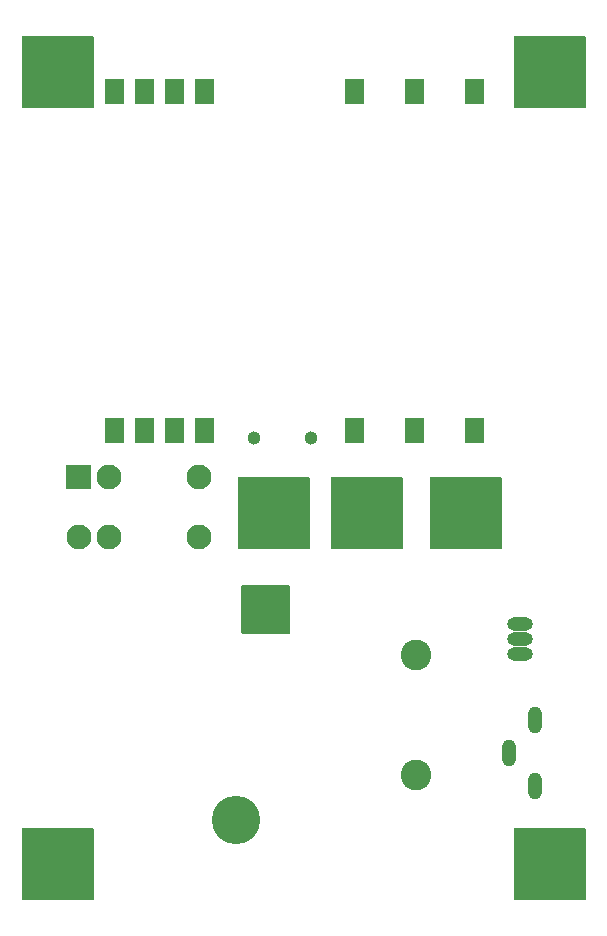
<source format=gbs>
G04 #@! TF.GenerationSoftware,KiCad,Pcbnew,(5.1.10)-1*
G04 #@! TF.CreationDate,2021-10-14T14:39:51-07:00*
G04 #@! TF.ProjectId,Plug_Pass,506c7567-5f50-4617-9373-2e6b69636164,v3.1*
G04 #@! TF.SameCoordinates,Original*
G04 #@! TF.FileFunction,Soldermask,Bot*
G04 #@! TF.FilePolarity,Negative*
%FSLAX46Y46*%
G04 Gerber Fmt 4.6, Leading zero omitted, Abs format (unit mm)*
G04 Created by KiCad (PCBNEW (5.1.10)-1) date 2021-10-14 14:39:51*
%MOMM*%
%LPD*%
G01*
G04 APERTURE LIST*
%ADD10O,2.181600X1.141600*%
%ADD11C,1.131600*%
%ADD12C,2.101600*%
%ADD13C,2.601600*%
%ADD14C,4.101600*%
%ADD15O,1.201600X2.301600*%
G04 APERTURE END LIST*
D10*
X172212000Y-99822000D03*
X172212000Y-101092000D03*
X172212000Y-102362000D03*
D11*
X149706000Y-84074000D03*
X154586000Y-84074000D03*
D12*
X145034000Y-92456000D03*
X137414000Y-92456000D03*
X145034000Y-87376000D03*
X137414000Y-87376000D03*
X134874000Y-92456000D03*
G36*
G01*
X133823200Y-88376000D02*
X133823200Y-86376000D01*
G75*
G02*
X133874000Y-86325200I50800J0D01*
G01*
X135874000Y-86325200D01*
G75*
G02*
X135924800Y-86376000I0J-50800D01*
G01*
X135924800Y-88376000D01*
G75*
G02*
X135874000Y-88426800I-50800J0D01*
G01*
X133874000Y-88426800D01*
G75*
G02*
X133823200Y-88376000I0J50800D01*
G01*
G37*
D13*
X163402200Y-102412800D03*
X163402200Y-112572800D03*
G36*
G01*
X148702200Y-96552000D02*
X152702200Y-96552000D01*
G75*
G02*
X152753000Y-96602800I0J-50800D01*
G01*
X152753000Y-100602800D01*
G75*
G02*
X152702200Y-100653600I-50800J0D01*
G01*
X148702200Y-100653600D01*
G75*
G02*
X148651400Y-100602800I0J50800D01*
G01*
X148651400Y-96602800D01*
G75*
G02*
X148702200Y-96552000I50800J0D01*
G01*
G37*
D14*
X148162200Y-116382800D03*
G36*
G01*
X138722800Y-82423000D02*
X138722800Y-84453000D01*
G75*
G02*
X138672000Y-84503800I-50800J0D01*
G01*
X137172000Y-84503800D01*
G75*
G02*
X137121200Y-84453000I0J50800D01*
G01*
X137121200Y-82423000D01*
G75*
G02*
X137172000Y-82372200I50800J0D01*
G01*
X138672000Y-82372200D01*
G75*
G02*
X138722800Y-82423000I0J-50800D01*
G01*
G37*
G36*
G01*
X141262800Y-82423000D02*
X141262800Y-84453000D01*
G75*
G02*
X141212000Y-84503800I-50800J0D01*
G01*
X139712000Y-84503800D01*
G75*
G02*
X139661200Y-84453000I0J50800D01*
G01*
X139661200Y-82423000D01*
G75*
G02*
X139712000Y-82372200I50800J0D01*
G01*
X141212000Y-82372200D01*
G75*
G02*
X141262800Y-82423000I0J-50800D01*
G01*
G37*
G36*
G01*
X143802800Y-82423000D02*
X143802800Y-84453000D01*
G75*
G02*
X143752000Y-84503800I-50800J0D01*
G01*
X142252000Y-84503800D01*
G75*
G02*
X142201200Y-84453000I0J50800D01*
G01*
X142201200Y-82423000D01*
G75*
G02*
X142252000Y-82372200I50800J0D01*
G01*
X143752000Y-82372200D01*
G75*
G02*
X143802800Y-82423000I0J-50800D01*
G01*
G37*
G36*
G01*
X146342800Y-82423000D02*
X146342800Y-84453000D01*
G75*
G02*
X146292000Y-84503800I-50800J0D01*
G01*
X144792000Y-84503800D01*
G75*
G02*
X144741200Y-84453000I0J50800D01*
G01*
X144741200Y-82423000D01*
G75*
G02*
X144792000Y-82372200I50800J0D01*
G01*
X146292000Y-82372200D01*
G75*
G02*
X146342800Y-82423000I0J-50800D01*
G01*
G37*
G36*
G01*
X159042800Y-82423000D02*
X159042800Y-84453000D01*
G75*
G02*
X158992000Y-84503800I-50800J0D01*
G01*
X157492000Y-84503800D01*
G75*
G02*
X157441200Y-84453000I0J50800D01*
G01*
X157441200Y-82423000D01*
G75*
G02*
X157492000Y-82372200I50800J0D01*
G01*
X158992000Y-82372200D01*
G75*
G02*
X159042800Y-82423000I0J-50800D01*
G01*
G37*
G36*
G01*
X164122800Y-82423000D02*
X164122800Y-84453000D01*
G75*
G02*
X164072000Y-84503800I-50800J0D01*
G01*
X162572000Y-84503800D01*
G75*
G02*
X162521200Y-84453000I0J50800D01*
G01*
X162521200Y-82423000D01*
G75*
G02*
X162572000Y-82372200I50800J0D01*
G01*
X164072000Y-82372200D01*
G75*
G02*
X164122800Y-82423000I0J-50800D01*
G01*
G37*
G36*
G01*
X169202800Y-82423000D02*
X169202800Y-84453000D01*
G75*
G02*
X169152000Y-84503800I-50800J0D01*
G01*
X167652000Y-84503800D01*
G75*
G02*
X167601200Y-84453000I0J50800D01*
G01*
X167601200Y-82423000D01*
G75*
G02*
X167652000Y-82372200I50800J0D01*
G01*
X169152000Y-82372200D01*
G75*
G02*
X169202800Y-82423000I0J-50800D01*
G01*
G37*
G36*
G01*
X138722800Y-53723000D02*
X138722800Y-55753000D01*
G75*
G02*
X138672000Y-55803800I-50800J0D01*
G01*
X137172000Y-55803800D01*
G75*
G02*
X137121200Y-55753000I0J50800D01*
G01*
X137121200Y-53723000D01*
G75*
G02*
X137172000Y-53672200I50800J0D01*
G01*
X138672000Y-53672200D01*
G75*
G02*
X138722800Y-53723000I0J-50800D01*
G01*
G37*
G36*
G01*
X141262800Y-53723000D02*
X141262800Y-55753000D01*
G75*
G02*
X141212000Y-55803800I-50800J0D01*
G01*
X139712000Y-55803800D01*
G75*
G02*
X139661200Y-55753000I0J50800D01*
G01*
X139661200Y-53723000D01*
G75*
G02*
X139712000Y-53672200I50800J0D01*
G01*
X141212000Y-53672200D01*
G75*
G02*
X141262800Y-53723000I0J-50800D01*
G01*
G37*
G36*
G01*
X143802800Y-53723000D02*
X143802800Y-55753000D01*
G75*
G02*
X143752000Y-55803800I-50800J0D01*
G01*
X142252000Y-55803800D01*
G75*
G02*
X142201200Y-55753000I0J50800D01*
G01*
X142201200Y-53723000D01*
G75*
G02*
X142252000Y-53672200I50800J0D01*
G01*
X143752000Y-53672200D01*
G75*
G02*
X143802800Y-53723000I0J-50800D01*
G01*
G37*
G36*
G01*
X146342800Y-53723000D02*
X146342800Y-55753000D01*
G75*
G02*
X146292000Y-55803800I-50800J0D01*
G01*
X144792000Y-55803800D01*
G75*
G02*
X144741200Y-55753000I0J50800D01*
G01*
X144741200Y-53723000D01*
G75*
G02*
X144792000Y-53672200I50800J0D01*
G01*
X146292000Y-53672200D01*
G75*
G02*
X146342800Y-53723000I0J-50800D01*
G01*
G37*
G36*
G01*
X159042800Y-53723000D02*
X159042800Y-55753000D01*
G75*
G02*
X158992000Y-55803800I-50800J0D01*
G01*
X157492000Y-55803800D01*
G75*
G02*
X157441200Y-55753000I0J50800D01*
G01*
X157441200Y-53723000D01*
G75*
G02*
X157492000Y-53672200I50800J0D01*
G01*
X158992000Y-53672200D01*
G75*
G02*
X159042800Y-53723000I0J-50800D01*
G01*
G37*
G36*
G01*
X164122800Y-53723000D02*
X164122800Y-55753000D01*
G75*
G02*
X164072000Y-55803800I-50800J0D01*
G01*
X162572000Y-55803800D01*
G75*
G02*
X162521200Y-55753000I0J50800D01*
G01*
X162521200Y-53723000D01*
G75*
G02*
X162572000Y-53672200I50800J0D01*
G01*
X164072000Y-53672200D01*
G75*
G02*
X164122800Y-53723000I0J-50800D01*
G01*
G37*
G36*
G01*
X169202800Y-53723000D02*
X169202800Y-55753000D01*
G75*
G02*
X169152000Y-55803800I-50800J0D01*
G01*
X167652000Y-55803800D01*
G75*
G02*
X167601200Y-55753000I0J50800D01*
G01*
X167601200Y-53723000D01*
G75*
G02*
X167652000Y-53672200I50800J0D01*
G01*
X169152000Y-53672200D01*
G75*
G02*
X169202800Y-53723000I0J-50800D01*
G01*
G37*
G36*
G01*
X156207200Y-93424000D02*
X156207200Y-87424000D01*
G75*
G02*
X156258000Y-87373200I50800J0D01*
G01*
X162258000Y-87373200D01*
G75*
G02*
X162308800Y-87424000I0J-50800D01*
G01*
X162308800Y-93424000D01*
G75*
G02*
X162258000Y-93474800I-50800J0D01*
G01*
X156258000Y-93474800D01*
G75*
G02*
X156207200Y-93424000I0J50800D01*
G01*
G37*
D15*
X173482000Y-113544000D03*
X173482000Y-107944000D03*
X171332000Y-110744000D03*
G36*
G01*
X164589200Y-93424000D02*
X164589200Y-87424000D01*
G75*
G02*
X164640000Y-87373200I50800J0D01*
G01*
X170640000Y-87373200D01*
G75*
G02*
X170690800Y-87424000I0J-50800D01*
G01*
X170690800Y-93424000D01*
G75*
G02*
X170640000Y-93474800I-50800J0D01*
G01*
X164640000Y-93474800D01*
G75*
G02*
X164589200Y-93424000I0J50800D01*
G01*
G37*
G36*
G01*
X130045200Y-123142000D02*
X130045200Y-117142000D01*
G75*
G02*
X130096000Y-117091200I50800J0D01*
G01*
X136096000Y-117091200D01*
G75*
G02*
X136146800Y-117142000I0J-50800D01*
G01*
X136146800Y-123142000D01*
G75*
G02*
X136096000Y-123192800I-50800J0D01*
G01*
X130096000Y-123192800D01*
G75*
G02*
X130045200Y-123142000I0J50800D01*
G01*
G37*
G36*
G01*
X130045200Y-56086000D02*
X130045200Y-50086000D01*
G75*
G02*
X130096000Y-50035200I50800J0D01*
G01*
X136096000Y-50035200D01*
G75*
G02*
X136146800Y-50086000I0J-50800D01*
G01*
X136146800Y-56086000D01*
G75*
G02*
X136096000Y-56136800I-50800J0D01*
G01*
X130096000Y-56136800D01*
G75*
G02*
X130045200Y-56086000I0J50800D01*
G01*
G37*
G36*
G01*
X148333200Y-93424000D02*
X148333200Y-87424000D01*
G75*
G02*
X148384000Y-87373200I50800J0D01*
G01*
X154384000Y-87373200D01*
G75*
G02*
X154434800Y-87424000I0J-50800D01*
G01*
X154434800Y-93424000D01*
G75*
G02*
X154384000Y-93474800I-50800J0D01*
G01*
X148384000Y-93474800D01*
G75*
G02*
X148333200Y-93424000I0J50800D01*
G01*
G37*
G36*
G01*
X171701200Y-123142000D02*
X171701200Y-117142000D01*
G75*
G02*
X171752000Y-117091200I50800J0D01*
G01*
X177752000Y-117091200D01*
G75*
G02*
X177802800Y-117142000I0J-50800D01*
G01*
X177802800Y-123142000D01*
G75*
G02*
X177752000Y-123192800I-50800J0D01*
G01*
X171752000Y-123192800D01*
G75*
G02*
X171701200Y-123142000I0J50800D01*
G01*
G37*
G36*
G01*
X171701200Y-56086000D02*
X171701200Y-50086000D01*
G75*
G02*
X171752000Y-50035200I50800J0D01*
G01*
X177752000Y-50035200D01*
G75*
G02*
X177802800Y-50086000I0J-50800D01*
G01*
X177802800Y-56086000D01*
G75*
G02*
X177752000Y-56136800I-50800J0D01*
G01*
X171752000Y-56136800D01*
G75*
G02*
X171701200Y-56086000I0J50800D01*
G01*
G37*
M02*

</source>
